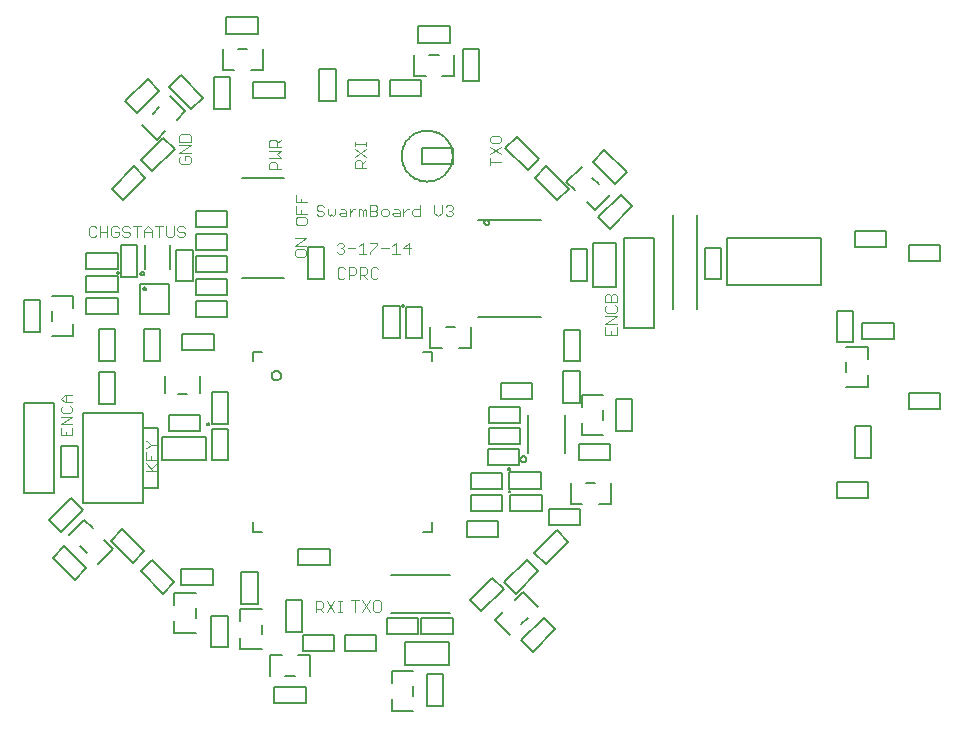
<source format=gto>
G75*
%MOIN*%
%OFA0B0*%
%FSLAX24Y24*%
%IPPOS*%
%LPD*%
%AMOC8*
5,1,8,0,0,1.08239X$1,22.5*
%
%ADD10C,0.0030*%
%ADD11C,0.0080*%
%ADD12C,0.0050*%
D10*
X010344Y010770D02*
X010715Y010770D01*
X010591Y010770D02*
X010344Y011017D01*
X010344Y011138D02*
X010715Y011138D01*
X010715Y011385D01*
X010529Y011262D02*
X010529Y011138D01*
X010344Y011138D02*
X010344Y011385D01*
X010344Y011507D02*
X010406Y011507D01*
X010529Y011630D01*
X010715Y011630D01*
X010529Y011630D02*
X010406Y011754D01*
X010344Y011754D01*
X010715Y011017D02*
X010529Y010832D01*
X007890Y011945D02*
X007890Y012192D01*
X007890Y012313D02*
X007519Y012313D01*
X007890Y012560D01*
X007519Y012560D01*
X007581Y012682D02*
X007828Y012682D01*
X007890Y012743D01*
X007890Y012867D01*
X007828Y012929D01*
X007890Y013050D02*
X007643Y013050D01*
X007519Y013173D01*
X007643Y013297D01*
X007890Y013297D01*
X007704Y013297D02*
X007704Y013050D01*
X007581Y012929D02*
X007519Y012867D01*
X007519Y012743D01*
X007581Y012682D01*
X007519Y012192D02*
X007519Y011945D01*
X007890Y011945D01*
X007704Y011945D02*
X007704Y012068D01*
X015319Y017957D02*
X015381Y017895D01*
X015628Y017895D01*
X015690Y017957D01*
X015690Y018080D01*
X015628Y018142D01*
X015381Y018142D01*
X015319Y018080D01*
X015319Y017957D01*
X015319Y018263D02*
X015690Y018510D01*
X015319Y018510D01*
X015319Y018263D02*
X015690Y018263D01*
X015653Y018970D02*
X015406Y018970D01*
X015344Y019032D01*
X015344Y019155D01*
X015406Y019217D01*
X015653Y019217D01*
X015715Y019155D01*
X015715Y019032D01*
X015653Y018970D01*
X015715Y019338D02*
X015344Y019338D01*
X015344Y019585D01*
X015344Y019707D02*
X015344Y019954D01*
X015529Y019830D02*
X015529Y019707D01*
X015344Y019707D02*
X015715Y019707D01*
X015529Y019462D02*
X015529Y019338D01*
X016045Y019307D02*
X016106Y019245D01*
X016230Y019245D01*
X016291Y019307D01*
X016291Y019368D01*
X016230Y019430D01*
X016106Y019430D01*
X016045Y019492D01*
X016045Y019554D01*
X016106Y019615D01*
X016230Y019615D01*
X016291Y019554D01*
X016413Y019492D02*
X016413Y019307D01*
X016475Y019245D01*
X016536Y019307D01*
X016598Y019245D01*
X016660Y019307D01*
X016660Y019492D01*
X016843Y019492D02*
X016966Y019492D01*
X017028Y019430D01*
X017028Y019245D01*
X016843Y019245D01*
X016781Y019307D01*
X016843Y019368D01*
X017028Y019368D01*
X017150Y019368D02*
X017273Y019492D01*
X017335Y019492D01*
X017456Y019492D02*
X017456Y019245D01*
X017580Y019245D02*
X017580Y019430D01*
X017642Y019492D01*
X017703Y019430D01*
X017703Y019245D01*
X017825Y019245D02*
X017825Y019615D01*
X018010Y019615D01*
X018072Y019554D01*
X018072Y019492D01*
X018010Y019430D01*
X017825Y019430D01*
X018010Y019430D02*
X018072Y019368D01*
X018072Y019307D01*
X018010Y019245D01*
X017825Y019245D01*
X017580Y019430D02*
X017518Y019492D01*
X017456Y019492D01*
X017150Y019492D02*
X017150Y019245D01*
X016905Y018365D02*
X016966Y018304D01*
X016966Y018242D01*
X016905Y018180D01*
X016966Y018118D01*
X016966Y018057D01*
X016905Y017995D01*
X016781Y017995D01*
X016720Y018057D01*
X016843Y018180D02*
X016905Y018180D01*
X017088Y018180D02*
X017335Y018180D01*
X017456Y018242D02*
X017580Y018365D01*
X017580Y017995D01*
X017703Y017995D02*
X017456Y017995D01*
X017825Y017995D02*
X017825Y018057D01*
X018071Y018304D01*
X018071Y018365D01*
X017825Y018365D01*
X018193Y018180D02*
X018440Y018180D01*
X018561Y018242D02*
X018685Y018365D01*
X018685Y017995D01*
X018808Y017995D02*
X018561Y017995D01*
X018929Y018180D02*
X019115Y018365D01*
X019115Y017995D01*
X019176Y018180D02*
X018929Y018180D01*
X018096Y017479D02*
X018035Y017540D01*
X017911Y017540D01*
X017850Y017479D01*
X017850Y017232D01*
X017911Y017170D01*
X018035Y017170D01*
X018096Y017232D01*
X017728Y017170D02*
X017605Y017293D01*
X017666Y017293D02*
X017481Y017293D01*
X017481Y017170D02*
X017481Y017540D01*
X017666Y017540D01*
X017728Y017479D01*
X017728Y017355D01*
X017666Y017293D01*
X017360Y017355D02*
X017298Y017293D01*
X017113Y017293D01*
X017113Y017170D02*
X017113Y017540D01*
X017298Y017540D01*
X017360Y017479D01*
X017360Y017355D01*
X016991Y017232D02*
X016930Y017170D01*
X016806Y017170D01*
X016745Y017232D01*
X016745Y017479D01*
X016806Y017540D01*
X016930Y017540D01*
X016991Y017479D01*
X016720Y018304D02*
X016781Y018365D01*
X016905Y018365D01*
X018193Y019307D02*
X018255Y019245D01*
X018378Y019245D01*
X018440Y019307D01*
X018440Y019430D01*
X018378Y019492D01*
X018255Y019492D01*
X018193Y019430D01*
X018193Y019307D01*
X018561Y019307D02*
X018623Y019368D01*
X018808Y019368D01*
X018808Y019430D02*
X018808Y019245D01*
X018623Y019245D01*
X018561Y019307D01*
X018623Y019492D02*
X018747Y019492D01*
X018808Y019430D01*
X018930Y019368D02*
X019053Y019492D01*
X019115Y019492D01*
X019237Y019430D02*
X019298Y019492D01*
X019484Y019492D01*
X019484Y019615D02*
X019484Y019245D01*
X019298Y019245D01*
X019237Y019307D01*
X019237Y019430D01*
X018930Y019492D02*
X018930Y019245D01*
X019973Y019368D02*
X020097Y019245D01*
X020220Y019368D01*
X020220Y019615D01*
X020342Y019554D02*
X020403Y019615D01*
X020527Y019615D01*
X020588Y019554D01*
X020588Y019492D01*
X020527Y019430D01*
X020588Y019368D01*
X020588Y019307D01*
X020527Y019245D01*
X020403Y019245D01*
X020342Y019307D01*
X020465Y019430D02*
X020527Y019430D01*
X019973Y019368D02*
X019973Y019615D01*
X021819Y020945D02*
X021819Y021192D01*
X021819Y021313D02*
X022190Y021560D01*
X022128Y021682D02*
X022190Y021743D01*
X022190Y021867D01*
X022128Y021929D01*
X021881Y021929D01*
X021819Y021867D01*
X021819Y021743D01*
X021881Y021682D01*
X022128Y021682D01*
X021819Y021560D02*
X022190Y021313D01*
X022190Y021068D02*
X021819Y021068D01*
X017690Y021110D02*
X017566Y020986D01*
X017566Y021048D02*
X017566Y020863D01*
X017690Y020863D02*
X017319Y020863D01*
X017319Y021048D01*
X017381Y021110D01*
X017504Y021110D01*
X017566Y021048D01*
X017690Y021231D02*
X017319Y021478D01*
X017319Y021599D02*
X017319Y021723D01*
X017319Y021661D02*
X017690Y021661D01*
X017690Y021599D02*
X017690Y021723D01*
X017690Y021478D02*
X017319Y021231D01*
X014840Y021188D02*
X014716Y021312D01*
X014840Y021435D01*
X014469Y021435D01*
X014469Y021557D02*
X014469Y021742D01*
X014531Y021804D01*
X014654Y021804D01*
X014716Y021742D01*
X014716Y021557D01*
X014716Y021680D02*
X014840Y021804D01*
X014840Y021557D02*
X014469Y021557D01*
X014469Y021188D02*
X014840Y021188D01*
X014716Y021005D02*
X014716Y020820D01*
X014840Y020820D02*
X014469Y020820D01*
X014469Y021005D01*
X014531Y021067D01*
X014654Y021067D01*
X014716Y021005D01*
X011840Y021057D02*
X011840Y021180D01*
X011778Y021242D01*
X011654Y021242D01*
X011654Y021118D01*
X011531Y020995D02*
X011778Y020995D01*
X011840Y021057D01*
X011840Y021363D02*
X011469Y021363D01*
X011840Y021610D01*
X011469Y021610D01*
X011469Y021732D02*
X011469Y021917D01*
X011531Y021979D01*
X011778Y021979D01*
X011840Y021917D01*
X011840Y021732D01*
X011469Y021732D01*
X011531Y021242D02*
X011469Y021180D01*
X011469Y021057D01*
X011531Y020995D01*
X011588Y018922D02*
X011464Y018922D01*
X011403Y018860D01*
X011403Y018798D01*
X011464Y018737D01*
X011588Y018737D01*
X011649Y018675D01*
X011649Y018613D01*
X011588Y018551D01*
X011464Y018551D01*
X011403Y018613D01*
X011281Y018613D02*
X011281Y018922D01*
X011034Y018922D02*
X011034Y018613D01*
X011096Y018551D01*
X011219Y018551D01*
X011281Y018613D01*
X011588Y018922D02*
X011649Y018860D01*
X010913Y018922D02*
X010666Y018922D01*
X010789Y018922D02*
X010789Y018551D01*
X010544Y018551D02*
X010544Y018798D01*
X010421Y018922D01*
X010298Y018798D01*
X010298Y018551D01*
X010298Y018737D02*
X010544Y018737D01*
X010176Y018922D02*
X009929Y018922D01*
X010053Y018922D02*
X010053Y018551D01*
X009808Y018613D02*
X009746Y018551D01*
X009623Y018551D01*
X009561Y018613D01*
X009440Y018613D02*
X009440Y018737D01*
X009316Y018737D01*
X009193Y018860D02*
X009193Y018613D01*
X009254Y018551D01*
X009378Y018551D01*
X009440Y018613D01*
X009623Y018737D02*
X009746Y018737D01*
X009808Y018675D01*
X009808Y018613D01*
X009623Y018737D02*
X009561Y018798D01*
X009561Y018860D01*
X009623Y018922D01*
X009746Y018922D01*
X009808Y018860D01*
X009440Y018860D02*
X009378Y018922D01*
X009254Y018922D01*
X009193Y018860D01*
X009071Y018922D02*
X009071Y018551D01*
X009071Y018737D02*
X008824Y018737D01*
X008703Y018860D02*
X008641Y018922D01*
X008518Y018922D01*
X008456Y018860D01*
X008456Y018613D01*
X008518Y018551D01*
X008641Y018551D01*
X008703Y018613D01*
X008824Y018551D02*
X008824Y018922D01*
X016020Y006415D02*
X016205Y006415D01*
X016266Y006354D01*
X016266Y006230D01*
X016205Y006168D01*
X016020Y006168D01*
X016020Y006045D02*
X016020Y006415D01*
X016143Y006168D02*
X016266Y006045D01*
X016388Y006045D02*
X016635Y006415D01*
X016756Y006415D02*
X016880Y006415D01*
X016818Y006415D02*
X016818Y006045D01*
X016756Y006045D02*
X016880Y006045D01*
X016635Y006045D02*
X016388Y006415D01*
X017195Y006440D02*
X017441Y006440D01*
X017563Y006440D02*
X017810Y006070D01*
X017931Y006132D02*
X017993Y006070D01*
X018116Y006070D01*
X018178Y006132D01*
X018178Y006379D01*
X018116Y006440D01*
X017993Y006440D01*
X017931Y006379D01*
X017931Y006132D01*
X017810Y006440D02*
X017563Y006070D01*
X017318Y006070D02*
X017318Y006440D01*
X025669Y015295D02*
X026040Y015295D01*
X026040Y015542D01*
X026040Y015663D02*
X025669Y015663D01*
X026040Y015910D01*
X025669Y015910D01*
X025731Y016032D02*
X025978Y016032D01*
X026040Y016093D01*
X026040Y016217D01*
X025978Y016279D01*
X026040Y016400D02*
X026040Y016585D01*
X025978Y016647D01*
X025916Y016647D01*
X025854Y016585D01*
X025854Y016400D01*
X025731Y016279D02*
X025669Y016217D01*
X025669Y016093D01*
X025731Y016032D01*
X025669Y016400D02*
X025669Y016585D01*
X025731Y016647D01*
X025793Y016647D01*
X025854Y016585D01*
X025669Y016400D02*
X026040Y016400D01*
X025669Y015542D02*
X025669Y015295D01*
X025854Y015295D02*
X025854Y015418D01*
D11*
X027927Y016150D02*
X027927Y019300D01*
X028714Y019300D02*
X028714Y016150D01*
D12*
X007987Y007127D02*
X007245Y007870D01*
X007626Y008251D01*
X008369Y007509D01*
X007987Y007127D01*
X008748Y007671D02*
X009250Y008172D01*
X008971Y008451D01*
X009179Y008438D02*
X009560Y008820D01*
X010303Y008078D01*
X009921Y007696D01*
X009179Y008438D01*
X008581Y008840D02*
X008303Y009119D01*
X007802Y008618D01*
X007510Y008730D02*
X007128Y009111D01*
X007871Y009854D01*
X008253Y009472D01*
X007510Y008730D01*
X008164Y008256D02*
X008387Y008033D01*
X008255Y009680D02*
X010255Y009680D01*
X010255Y010180D01*
X010755Y010180D01*
X010755Y012180D01*
X010255Y012180D01*
X010255Y010180D01*
X010905Y011123D02*
X010905Y011887D01*
X012354Y011887D01*
X012354Y011123D01*
X010905Y011123D01*
X011120Y012095D02*
X011120Y012635D01*
X012170Y012635D01*
X012170Y012095D01*
X011120Y012095D01*
X010255Y012180D02*
X010255Y012680D01*
X008255Y012680D01*
X008255Y009680D01*
X008075Y010555D02*
X007535Y010555D01*
X007535Y011605D01*
X008075Y011605D01*
X008075Y010555D01*
X007305Y010030D02*
X006305Y010030D01*
X006305Y013030D01*
X007305Y013030D01*
X007305Y010030D01*
X010178Y007412D02*
X010560Y007794D01*
X011303Y007051D01*
X010921Y006670D01*
X010178Y007412D01*
X011300Y006699D02*
X011300Y006306D01*
X011300Y006699D02*
X012009Y006699D01*
X012009Y006187D02*
X012009Y005873D01*
X012009Y005361D02*
X011300Y005361D01*
X011300Y005754D01*
X012535Y005930D02*
X012535Y004880D01*
X013075Y004880D01*
X013075Y005930D01*
X012535Y005930D01*
X013500Y005756D02*
X013500Y006149D01*
X014209Y006149D01*
X014075Y006330D02*
X013535Y006330D01*
X013535Y007380D01*
X014075Y007380D01*
X014075Y006330D01*
X014209Y005637D02*
X014209Y005323D01*
X013500Y005204D02*
X013500Y004811D01*
X014209Y004811D01*
X014485Y004634D02*
X014879Y004634D01*
X014485Y004634D02*
X014485Y003926D01*
X014630Y003550D02*
X015680Y003550D01*
X015680Y003010D01*
X014630Y003010D01*
X014630Y003550D01*
X014997Y003926D02*
X015312Y003926D01*
X015824Y003926D02*
X015824Y004634D01*
X015430Y004634D01*
X015580Y004760D02*
X015580Y005300D01*
X016630Y005300D01*
X016630Y004760D01*
X015580Y004760D01*
X015563Y005397D02*
X015023Y005397D01*
X015023Y006447D01*
X015563Y006447D01*
X015563Y005397D01*
X016980Y005300D02*
X016980Y004760D01*
X018030Y004760D01*
X018030Y005300D01*
X016980Y005300D01*
X018380Y005310D02*
X018380Y005850D01*
X019430Y005850D01*
X019430Y005310D01*
X018380Y005310D01*
X019005Y005062D02*
X020454Y005062D01*
X020454Y004298D01*
X019005Y004298D01*
X019005Y005062D01*
X019530Y005310D02*
X019530Y005850D01*
X020580Y005850D01*
X020580Y005310D01*
X019530Y005310D01*
X020489Y006025D02*
X018520Y006025D01*
X018520Y007285D02*
X020489Y007285D01*
X021150Y006463D02*
X021892Y007205D01*
X022274Y006824D01*
X021532Y006081D01*
X021150Y006463D01*
X021992Y005785D02*
X022270Y006063D01*
X021992Y005785D02*
X022493Y005284D01*
X022871Y005117D02*
X023613Y005859D01*
X023995Y005477D01*
X023253Y004735D01*
X022871Y005117D01*
X022855Y005645D02*
X023077Y005868D01*
X023439Y006230D02*
X022938Y006731D01*
X022660Y006453D01*
X022680Y006667D02*
X022298Y007049D01*
X023041Y007791D01*
X023423Y007409D01*
X022680Y006667D01*
X023684Y007653D02*
X023302Y008035D01*
X024045Y008778D01*
X024427Y008396D01*
X023684Y007653D01*
X022105Y008560D02*
X021055Y008560D01*
X021055Y009100D01*
X022105Y009100D01*
X022105Y008560D01*
X022234Y009417D02*
X021184Y009417D01*
X021184Y009957D01*
X022234Y009957D01*
X022234Y009417D01*
X022490Y009423D02*
X022490Y009963D01*
X023540Y009963D01*
X023540Y009423D01*
X022490Y009423D01*
X022446Y010075D02*
X022448Y010085D01*
X022453Y010094D01*
X022461Y010101D01*
X022471Y010105D01*
X022481Y010105D01*
X022491Y010101D01*
X022499Y010094D01*
X022504Y010085D01*
X022506Y010075D01*
X022504Y010065D01*
X022499Y010056D01*
X022491Y010049D01*
X022481Y010045D01*
X022471Y010045D01*
X022461Y010049D01*
X022453Y010056D01*
X022448Y010065D01*
X022446Y010075D01*
X022465Y010172D02*
X022465Y010712D01*
X023515Y010712D01*
X023515Y010172D01*
X022465Y010172D01*
X022234Y010166D02*
X021184Y010166D01*
X021184Y010706D01*
X022234Y010706D01*
X022234Y010166D01*
X022421Y010824D02*
X022423Y010834D01*
X022428Y010843D01*
X022436Y010850D01*
X022446Y010854D01*
X022456Y010854D01*
X022466Y010850D01*
X022474Y010843D01*
X022479Y010834D01*
X022481Y010824D01*
X022479Y010814D01*
X022474Y010805D01*
X022466Y010798D01*
X022456Y010794D01*
X022446Y010794D01*
X022436Y010798D01*
X022428Y010805D01*
X022423Y010814D01*
X022421Y010824D01*
X022805Y010960D02*
X021755Y010960D01*
X021755Y011500D01*
X022805Y011500D01*
X022805Y010960D01*
X022831Y011149D02*
X022833Y011168D01*
X022838Y011187D01*
X022848Y011203D01*
X022860Y011218D01*
X022875Y011230D01*
X022891Y011240D01*
X022910Y011245D01*
X022929Y011247D01*
X022948Y011245D01*
X022967Y011240D01*
X022983Y011230D01*
X022998Y011218D01*
X023010Y011203D01*
X023020Y011187D01*
X023025Y011168D01*
X023027Y011149D01*
X023025Y011130D01*
X023020Y011111D01*
X023010Y011095D01*
X022998Y011080D01*
X022983Y011068D01*
X022967Y011058D01*
X022948Y011053D01*
X022929Y011051D01*
X022910Y011053D01*
X022891Y011058D01*
X022875Y011068D01*
X022860Y011080D01*
X022848Y011095D01*
X022838Y011111D01*
X022833Y011130D01*
X022831Y011149D01*
X023095Y011350D02*
X023095Y012610D01*
X022830Y012360D02*
X021780Y012360D01*
X021780Y012900D01*
X022830Y012900D01*
X022830Y012360D01*
X022830Y012200D02*
X022830Y011660D01*
X021780Y011660D01*
X021780Y012200D01*
X022830Y012200D01*
X023230Y013160D02*
X022180Y013160D01*
X022180Y013700D01*
X023230Y013700D01*
X023230Y013160D01*
X024273Y013030D02*
X024813Y013030D01*
X024813Y014080D01*
X024273Y014080D01*
X024273Y013030D01*
X024315Y012610D02*
X024315Y011350D01*
X024782Y011123D02*
X024782Y011663D01*
X025832Y011663D01*
X025832Y011123D01*
X024782Y011123D01*
X025022Y010359D02*
X025337Y010359D01*
X025849Y010359D02*
X025849Y009651D01*
X025455Y009651D01*
X024904Y009651D02*
X024510Y009651D01*
X024510Y010359D01*
X024830Y009500D02*
X023780Y009500D01*
X023780Y008960D01*
X024830Y008960D01*
X024830Y009500D01*
X024895Y011950D02*
X024895Y012344D01*
X024895Y011950D02*
X025604Y011950D01*
X026027Y012093D02*
X026027Y013143D01*
X026567Y013143D01*
X026567Y012093D01*
X026027Y012093D01*
X025604Y012462D02*
X025604Y012777D01*
X025604Y013289D02*
X024895Y013289D01*
X024895Y012895D01*
X024820Y014419D02*
X024280Y014419D01*
X024280Y015469D01*
X024820Y015469D01*
X024820Y014419D01*
X026305Y015530D02*
X027305Y015530D01*
X027305Y018530D01*
X026305Y018530D01*
X026305Y015530D01*
X026011Y016906D02*
X025248Y016906D01*
X025248Y018354D01*
X026011Y018354D01*
X026011Y016906D01*
X025050Y017105D02*
X024510Y017105D01*
X024510Y018155D01*
X025050Y018155D01*
X025050Y017105D01*
X025820Y018831D02*
X025438Y019213D01*
X026181Y019955D01*
X026563Y019574D01*
X025820Y018831D01*
X025320Y019453D02*
X025041Y019731D01*
X025320Y019453D02*
X025821Y019954D01*
X025999Y020329D02*
X025257Y021071D01*
X025639Y021453D01*
X026381Y020711D01*
X025999Y020329D01*
X025459Y020316D02*
X025236Y020538D01*
X024874Y020900D02*
X024373Y020399D01*
X024651Y020121D01*
X024446Y020170D02*
X024064Y019788D01*
X023321Y020531D01*
X023703Y020913D01*
X024446Y020170D01*
X023456Y021160D02*
X023074Y020778D01*
X022332Y021521D01*
X022713Y021903D01*
X023456Y021160D01*
X023523Y019119D02*
X021436Y019119D01*
X021633Y019040D02*
X021635Y019058D01*
X021641Y019074D01*
X021650Y019089D01*
X021663Y019102D01*
X021678Y019111D01*
X021694Y019117D01*
X021712Y019119D01*
X021730Y019117D01*
X021746Y019111D01*
X021761Y019102D01*
X021774Y019089D01*
X021783Y019074D01*
X021789Y019058D01*
X021791Y019040D01*
X021789Y019022D01*
X021783Y019006D01*
X021774Y018991D01*
X021761Y018978D01*
X021746Y018969D01*
X021730Y018963D01*
X021712Y018961D01*
X021694Y018963D01*
X021678Y018969D01*
X021663Y018978D01*
X021650Y018991D01*
X021641Y019006D01*
X021635Y019022D01*
X021633Y019040D01*
X020605Y020985D02*
X019555Y020985D01*
X019555Y021525D01*
X020605Y021525D01*
X020605Y020985D01*
X018880Y021255D02*
X018882Y021313D01*
X018888Y021371D01*
X018898Y021428D01*
X018912Y021484D01*
X018929Y021540D01*
X018950Y021594D01*
X018975Y021646D01*
X019004Y021697D01*
X019036Y021745D01*
X019071Y021791D01*
X019109Y021835D01*
X019150Y021876D01*
X019194Y021914D01*
X019240Y021949D01*
X019288Y021981D01*
X019339Y022010D01*
X019391Y022035D01*
X019445Y022056D01*
X019501Y022073D01*
X019557Y022087D01*
X019614Y022097D01*
X019672Y022103D01*
X019730Y022105D01*
X019788Y022103D01*
X019846Y022097D01*
X019903Y022087D01*
X019959Y022073D01*
X020015Y022056D01*
X020069Y022035D01*
X020121Y022010D01*
X020172Y021981D01*
X020220Y021949D01*
X020266Y021914D01*
X020310Y021876D01*
X020351Y021835D01*
X020389Y021791D01*
X020424Y021745D01*
X020456Y021697D01*
X020485Y021646D01*
X020510Y021594D01*
X020531Y021540D01*
X020548Y021484D01*
X020562Y021428D01*
X020572Y021371D01*
X020578Y021313D01*
X020580Y021255D01*
X020578Y021197D01*
X020572Y021139D01*
X020562Y021082D01*
X020548Y021026D01*
X020531Y020970D01*
X020510Y020916D01*
X020485Y020864D01*
X020456Y020813D01*
X020424Y020765D01*
X020389Y020719D01*
X020351Y020675D01*
X020310Y020634D01*
X020266Y020596D01*
X020220Y020561D01*
X020172Y020529D01*
X020121Y020500D01*
X020069Y020475D01*
X020015Y020454D01*
X019959Y020437D01*
X019903Y020423D01*
X019846Y020413D01*
X019788Y020407D01*
X019730Y020405D01*
X019672Y020407D01*
X019614Y020413D01*
X019557Y020423D01*
X019501Y020437D01*
X019445Y020454D01*
X019391Y020475D01*
X019339Y020500D01*
X019288Y020529D01*
X019240Y020561D01*
X019194Y020596D01*
X019150Y020634D01*
X019109Y020675D01*
X019071Y020719D01*
X019036Y020765D01*
X019004Y020813D01*
X018975Y020864D01*
X018950Y020916D01*
X018929Y020970D01*
X018912Y021026D01*
X018898Y021082D01*
X018888Y021139D01*
X018882Y021197D01*
X018880Y021255D01*
X018480Y023260D02*
X018480Y023800D01*
X019530Y023800D01*
X019530Y023260D01*
X018480Y023260D01*
X018130Y023260D02*
X017080Y023260D01*
X017080Y023800D01*
X018130Y023800D01*
X018130Y023260D01*
X019285Y023926D02*
X019679Y023926D01*
X019285Y023926D02*
X019285Y024634D01*
X019430Y025035D02*
X019430Y025575D01*
X020480Y025575D01*
X020480Y025035D01*
X019430Y025035D01*
X019797Y024634D02*
X020112Y024634D01*
X020624Y024634D02*
X020624Y023926D01*
X020230Y023926D01*
X020921Y023770D02*
X020921Y024820D01*
X021461Y024820D01*
X021461Y023770D01*
X020921Y023770D01*
X016675Y024155D02*
X016675Y023105D01*
X016135Y023105D01*
X016135Y024155D01*
X016675Y024155D01*
X014980Y023725D02*
X014980Y023185D01*
X013930Y023185D01*
X013930Y023725D01*
X014980Y023725D01*
X014249Y024126D02*
X013855Y024126D01*
X014249Y024126D02*
X014249Y024834D01*
X013737Y024834D02*
X013422Y024834D01*
X012910Y024834D02*
X012910Y024126D01*
X013304Y024126D01*
X013150Y023880D02*
X013150Y022830D01*
X012610Y022830D01*
X012610Y023880D01*
X013150Y023880D01*
X012254Y023201D02*
X011872Y022819D01*
X011129Y023562D01*
X011511Y023944D01*
X012254Y023201D01*
X011665Y022751D02*
X011387Y022473D01*
X011665Y022751D02*
X011164Y023252D01*
X010790Y023438D02*
X010048Y022696D01*
X009666Y023078D01*
X010408Y023820D01*
X010790Y023438D01*
X010802Y022890D02*
X010579Y022668D01*
X010217Y022306D02*
X010719Y021805D01*
X010997Y022083D01*
X010927Y021873D02*
X011308Y021491D01*
X010566Y020749D01*
X010184Y021130D01*
X010927Y021873D01*
X009954Y020909D02*
X010336Y020527D01*
X009593Y019785D01*
X009211Y020167D01*
X009954Y020909D01*
X012018Y019438D02*
X012018Y018898D01*
X013068Y018898D01*
X013068Y019438D01*
X012018Y019438D01*
X012018Y018669D02*
X013068Y018669D01*
X013068Y018129D01*
X012018Y018129D01*
X012018Y018669D01*
X011913Y018124D02*
X011373Y018124D01*
X011373Y017074D01*
X011913Y017074D01*
X011913Y018124D01*
X012018Y017919D02*
X012018Y017379D01*
X013068Y017379D01*
X013068Y017919D01*
X012018Y017919D01*
X012018Y017169D02*
X013068Y017169D01*
X013068Y016629D01*
X012018Y016629D01*
X012018Y017169D01*
X012018Y016419D02*
X013068Y016419D01*
X013068Y015879D01*
X012018Y015879D01*
X012018Y016419D01*
X011135Y016006D02*
X010151Y016006D01*
X010151Y016991D01*
X011135Y016991D01*
X011135Y016006D01*
X010836Y015475D02*
X010296Y015475D01*
X010296Y014425D01*
X010836Y014425D01*
X010836Y015475D01*
X011568Y015337D02*
X011568Y014797D01*
X012618Y014797D01*
X012618Y015337D01*
X011568Y015337D01*
X010980Y013921D02*
X010980Y013370D01*
X011413Y013331D02*
X011728Y013331D01*
X012161Y013370D02*
X012161Y013921D01*
X012540Y013385D02*
X013080Y013385D01*
X013080Y012335D01*
X012540Y012335D01*
X012540Y013385D01*
X012398Y012320D02*
X012400Y012330D01*
X012405Y012339D01*
X012413Y012346D01*
X012423Y012350D01*
X012433Y012350D01*
X012443Y012346D01*
X012451Y012339D01*
X012456Y012330D01*
X012458Y012320D01*
X012456Y012310D01*
X012451Y012301D01*
X012443Y012294D01*
X012433Y012290D01*
X012423Y012290D01*
X012413Y012294D01*
X012405Y012301D01*
X012400Y012310D01*
X012398Y012320D01*
X012540Y012160D02*
X013080Y012160D01*
X013080Y011110D01*
X012540Y011110D01*
X012540Y012160D01*
X014543Y013935D02*
X014545Y013960D01*
X014551Y013984D01*
X014560Y014006D01*
X014573Y014027D01*
X014589Y014046D01*
X014608Y014062D01*
X014629Y014075D01*
X014651Y014084D01*
X014675Y014090D01*
X014700Y014092D01*
X014725Y014090D01*
X014749Y014084D01*
X014771Y014075D01*
X014792Y014062D01*
X014811Y014046D01*
X014827Y014027D01*
X014840Y014006D01*
X014849Y013984D01*
X014855Y013960D01*
X014857Y013935D01*
X014855Y013910D01*
X014849Y013886D01*
X014840Y013864D01*
X014827Y013843D01*
X014811Y013824D01*
X014792Y013808D01*
X014771Y013795D01*
X014749Y013786D01*
X014725Y013780D01*
X014700Y013778D01*
X014675Y013780D01*
X014651Y013786D01*
X014629Y013795D01*
X014608Y013808D01*
X014589Y013824D01*
X014573Y013843D01*
X014560Y013864D01*
X014551Y013886D01*
X014545Y013910D01*
X014543Y013935D01*
X013912Y014407D02*
X013912Y014722D01*
X014227Y014722D01*
X013566Y017182D02*
X014944Y017182D01*
X015754Y017168D02*
X015754Y018218D01*
X016294Y018218D01*
X016294Y017168D01*
X015754Y017168D01*
X018272Y016244D02*
X018272Y015194D01*
X018812Y015194D01*
X018812Y016244D01*
X018272Y016244D01*
X018894Y016259D02*
X018896Y016269D01*
X018901Y016278D01*
X018909Y016285D01*
X018919Y016289D01*
X018929Y016289D01*
X018939Y016285D01*
X018947Y016278D01*
X018952Y016269D01*
X018954Y016259D01*
X018952Y016249D01*
X018947Y016240D01*
X018939Y016233D01*
X018929Y016229D01*
X018919Y016229D01*
X018909Y016233D01*
X018901Y016240D01*
X018896Y016249D01*
X018894Y016259D01*
X019029Y016235D02*
X019569Y016235D01*
X019569Y015185D01*
X019029Y015185D01*
X019029Y016235D01*
X019835Y015559D02*
X019835Y014851D01*
X020229Y014851D01*
X019897Y014722D02*
X019582Y014722D01*
X019897Y014722D02*
X019897Y014407D01*
X020780Y014851D02*
X021174Y014851D01*
X021174Y015559D01*
X021436Y015891D02*
X023523Y015891D01*
X020662Y015559D02*
X020347Y015559D01*
X014944Y020528D02*
X013566Y020528D01*
X011163Y018292D02*
X011163Y017505D01*
X010323Y017505D02*
X010323Y018292D01*
X010063Y018274D02*
X010063Y017224D01*
X009523Y017224D01*
X009523Y018274D01*
X010063Y018274D01*
X009418Y018019D02*
X009418Y017479D01*
X008368Y017479D01*
X008368Y018019D01*
X009418Y018019D01*
X009403Y017367D02*
X009405Y017377D01*
X009410Y017386D01*
X009418Y017393D01*
X009428Y017397D01*
X009438Y017397D01*
X009448Y017393D01*
X009456Y017386D01*
X009461Y017377D01*
X009463Y017367D01*
X009461Y017357D01*
X009456Y017348D01*
X009448Y017341D01*
X009438Y017337D01*
X009428Y017337D01*
X009418Y017341D01*
X009410Y017348D01*
X009405Y017357D01*
X009403Y017367D01*
X009418Y017269D02*
X009418Y016729D01*
X008368Y016729D01*
X008368Y017269D01*
X009418Y017269D01*
X009418Y016519D02*
X009418Y015979D01*
X008368Y015979D01*
X008368Y016519D01*
X009418Y016519D01*
X010265Y016833D02*
X010267Y016846D01*
X010273Y016858D01*
X010282Y016867D01*
X010293Y016874D01*
X010306Y016877D01*
X010319Y016876D01*
X010331Y016871D01*
X010341Y016863D01*
X010349Y016852D01*
X010353Y016840D01*
X010353Y016826D01*
X010349Y016814D01*
X010341Y016803D01*
X010331Y016795D01*
X010319Y016790D01*
X010306Y016789D01*
X010293Y016792D01*
X010282Y016799D01*
X010273Y016808D01*
X010267Y016820D01*
X010265Y016833D01*
X010172Y017336D02*
X010174Y017351D01*
X010179Y017364D01*
X010188Y017376D01*
X010199Y017386D01*
X010213Y017392D01*
X010227Y017395D01*
X010242Y017394D01*
X010256Y017389D01*
X010269Y017381D01*
X010279Y017371D01*
X010286Y017358D01*
X010290Y017343D01*
X010290Y017329D01*
X010286Y017314D01*
X010279Y017301D01*
X010269Y017291D01*
X010256Y017283D01*
X010242Y017278D01*
X010227Y017277D01*
X010213Y017280D01*
X010199Y017286D01*
X010188Y017296D01*
X010179Y017308D01*
X010174Y017321D01*
X010172Y017336D01*
X009320Y015486D02*
X008780Y015486D01*
X008780Y014436D01*
X009320Y014436D01*
X009320Y015486D01*
X007939Y015648D02*
X007939Y015254D01*
X007230Y015254D01*
X006820Y015405D02*
X006280Y015405D01*
X006280Y016455D01*
X006820Y016455D01*
X006820Y015405D01*
X007230Y015766D02*
X007230Y016081D01*
X007230Y016593D02*
X007939Y016593D01*
X007939Y016199D01*
X008799Y014054D02*
X009339Y014054D01*
X009339Y013004D01*
X008799Y013004D01*
X008799Y014054D01*
X013912Y009053D02*
X013912Y008738D01*
X014227Y008738D01*
X015430Y008150D02*
X015430Y007610D01*
X016480Y007610D01*
X016480Y008150D01*
X015430Y008150D01*
X012580Y007502D02*
X012580Y006962D01*
X011530Y006962D01*
X011530Y007502D01*
X012580Y007502D01*
X018550Y004099D02*
X018550Y003706D01*
X018550Y004099D02*
X019259Y004099D01*
X019259Y003587D02*
X019259Y003273D01*
X018550Y003154D02*
X018550Y002761D01*
X019259Y002761D01*
X019710Y002930D02*
X019710Y003980D01*
X020250Y003980D01*
X020250Y002930D01*
X019710Y002930D01*
X019582Y008738D02*
X019897Y008738D01*
X019897Y009053D01*
X029708Y016940D02*
X029708Y018515D01*
X032858Y018515D01*
X032858Y016940D01*
X029708Y016940D01*
X029525Y017155D02*
X028985Y017155D01*
X028985Y018205D01*
X029525Y018205D01*
X029525Y017155D01*
X033385Y016105D02*
X033385Y015055D01*
X033925Y015055D01*
X033925Y016105D01*
X033385Y016105D01*
X034230Y015700D02*
X034230Y015160D01*
X035280Y015160D01*
X035280Y015700D01*
X034230Y015700D01*
X034409Y014899D02*
X033700Y014899D01*
X033700Y014387D02*
X033700Y014073D01*
X033700Y013561D02*
X034409Y013561D01*
X034409Y013954D01*
X034409Y014506D02*
X034409Y014899D01*
X035780Y013350D02*
X035780Y012810D01*
X036830Y012810D01*
X036830Y013350D01*
X035780Y013350D01*
X034525Y012255D02*
X033985Y012255D01*
X033985Y011205D01*
X034525Y011205D01*
X034525Y012255D01*
X034430Y010400D02*
X033380Y010400D01*
X033380Y009860D01*
X034430Y009860D01*
X034430Y010400D01*
X035780Y017760D02*
X035780Y018300D01*
X036830Y018300D01*
X036830Y017760D01*
X035780Y017760D01*
X035030Y018210D02*
X035030Y018750D01*
X033980Y018750D01*
X033980Y018210D01*
X035030Y018210D01*
X014080Y025335D02*
X014080Y025875D01*
X013030Y025875D01*
X013030Y025335D01*
X014080Y025335D01*
M02*

</source>
